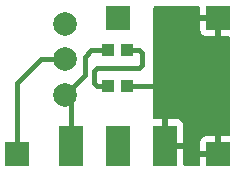
<source format=gbr>
%TF.GenerationSoftware,KiCad,Pcbnew,(6.0.8)*%
%TF.CreationDate,2023-03-29T22:56:26+03:00*%
%TF.ProjectId,ITR-2,4954522d-322e-46b6-9963-61645f706362,rev?*%
%TF.SameCoordinates,Original*%
%TF.FileFunction,Copper,L1,Top*%
%TF.FilePolarity,Positive*%
%FSLAX46Y46*%
G04 Gerber Fmt 4.6, Leading zero omitted, Abs format (unit mm)*
G04 Created by KiCad (PCBNEW (6.0.8)) date 2023-03-29 22:56:26*
%MOMM*%
%LPD*%
G01*
G04 APERTURE LIST*
G04 Aperture macros list*
%AMOutline4P*
0 Free polygon, 4 corners , with rotation*
0 The origin of the aperture is its center*
0 number of corners: always 4*
0 $1 to $8 corner X, Y*
0 $9 Rotation angle, in degrees counterclockwise*
0 create outline with 4 corners*
4,1,4,$1,$2,$3,$4,$5,$6,$7,$8,$1,$2,$9*%
G04 Aperture macros list end*
%TA.AperFunction,ComponentPad*%
%ADD10R,2.000000X3.500000*%
%TD*%
%TA.AperFunction,ComponentPad*%
%ADD11C,2.000000*%
%TD*%
%TA.AperFunction,ComponentPad*%
%ADD12Outline4P,-1.000000X-1.000000X1.000000X-1.000000X1.000000X1.000000X-1.000000X1.000000X0.000000*%
%TD*%
%TA.AperFunction,SMDPad,CuDef*%
%ADD13R,1.100000X1.050000*%
%TD*%
%TA.AperFunction,Conductor*%
%ADD14C,0.400000*%
%TD*%
G04 APERTURE END LIST*
D10*
%TO.P,R1,1*%
%TO.N,Net-(R2-Pad1)*%
X106000000Y-112325000D03*
%TO.P,R1,2*%
%TO.N,Net-(X3-Pad1)*%
X110000000Y-112325000D03*
%TO.P,R1,3*%
%TO.N,GND*%
X114000000Y-112325000D03*
%TD*%
D11*
%TO.P,SB1,1*%
%TO.N,Net-(R2-Pad1)*%
X105500000Y-108000000D03*
%TO.P,SB1,2*%
%TO.N,/9V-IN*%
X105500000Y-105000000D03*
%TO.P,SB1,3*%
%TO.N,unconnected-(SB1-Pad3)*%
X105500000Y-102000000D03*
%TD*%
D12*
%TO.P,X4,1,1*%
%TO.N,GND*%
X118500000Y-101500000D03*
%TD*%
%TO.P,X3,1,1*%
%TO.N,Net-(X3-Pad1)*%
X110000000Y-101500000D03*
%TD*%
%TO.P,X2,1,1*%
%TO.N,GND*%
X118500000Y-113000000D03*
%TD*%
%TO.P,X1,1,1*%
%TO.N,/9V-IN*%
X101500000Y-113000000D03*
%TD*%
D13*
%TO.P,HL1,A,A*%
%TO.N,Net-(R2-Pad2)*%
X109200000Y-107250000D03*
%TO.P,HL1,K,K*%
%TO.N,GND*%
X110800000Y-107250000D03*
%TD*%
%TO.P,R2,1*%
%TO.N,Net-(R2-Pad1)*%
X109200000Y-104250000D03*
%TO.P,R2,2*%
%TO.N,Net-(R2-Pad2)*%
X110800000Y-104250000D03*
%TD*%
D14*
%TO.N,GND*%
X110800000Y-107250000D02*
X113500000Y-107250000D01*
%TO.N,Net-(R2-Pad1)*%
X107200000Y-104800000D02*
X107200000Y-106000000D01*
X107750000Y-104250000D02*
X107200000Y-104800000D01*
X109200000Y-104250000D02*
X107750000Y-104250000D01*
X107200000Y-106300000D02*
X107200000Y-106000000D01*
X105500000Y-108000000D02*
X107200000Y-106300000D01*
%TO.N,Net-(R2-Pad2)*%
X111750000Y-104250000D02*
X110800000Y-104250000D01*
X112000000Y-104500000D02*
X111750000Y-104250000D01*
X112000000Y-105500000D02*
X112000000Y-104500000D01*
X111750000Y-105750000D02*
X112000000Y-105500000D01*
X108250000Y-105750000D02*
X111750000Y-105750000D01*
X108000000Y-106000000D02*
X108250000Y-105750000D01*
X108000000Y-107000000D02*
X108000000Y-106000000D01*
X108250000Y-107250000D02*
X108000000Y-107000000D01*
X109200000Y-107250000D02*
X108250000Y-107250000D01*
%TO.N,Net-(R2-Pad1)*%
X106000000Y-108500000D02*
X105500000Y-108000000D01*
X106000000Y-113125000D02*
X106000000Y-108500000D01*
%TO.N,/9V-IN*%
X103500000Y-105000000D02*
X105500000Y-105000000D01*
X101500000Y-107000000D02*
X103500000Y-105000000D01*
X101500000Y-113000000D02*
X101500000Y-107000000D01*
%TD*%
%TA.AperFunction,Conductor*%
%TO.N,GND*%
G36*
X116934121Y-100528502D02*
G01*
X116980614Y-100582158D01*
X116992000Y-100634500D01*
X116992000Y-101227885D01*
X116996475Y-101243124D01*
X116997865Y-101244329D01*
X117005548Y-101246000D01*
X118628000Y-101246000D01*
X118696121Y-101266002D01*
X118742614Y-101319658D01*
X118754000Y-101372000D01*
X118754000Y-102989884D01*
X118758475Y-103005123D01*
X118759865Y-103006328D01*
X118767548Y-103007999D01*
X119365500Y-103007999D01*
X119433621Y-103028001D01*
X119480114Y-103081657D01*
X119491500Y-103133999D01*
X119491500Y-111366000D01*
X119471498Y-111434121D01*
X119417842Y-111480614D01*
X119365500Y-111492000D01*
X118772115Y-111492000D01*
X118756876Y-111496475D01*
X118755671Y-111497865D01*
X118754000Y-111505548D01*
X118754000Y-113128000D01*
X118733998Y-113196121D01*
X118680342Y-113242614D01*
X118628000Y-113254000D01*
X117010116Y-113254000D01*
X116994877Y-113258475D01*
X116993672Y-113259865D01*
X116992001Y-113267548D01*
X116992001Y-113865500D01*
X116971999Y-113933621D01*
X116918343Y-113980114D01*
X116866001Y-113991500D01*
X115634000Y-113991500D01*
X115565879Y-113971498D01*
X115519386Y-113917842D01*
X115508000Y-113865500D01*
X115508000Y-112727885D01*
X116992000Y-112727885D01*
X116996475Y-112743124D01*
X116997865Y-112744329D01*
X117005548Y-112746000D01*
X118227885Y-112746000D01*
X118243124Y-112741525D01*
X118244329Y-112740135D01*
X118246000Y-112732452D01*
X118246000Y-111510116D01*
X118241525Y-111494877D01*
X118240135Y-111493672D01*
X118232452Y-111492001D01*
X117455331Y-111492001D01*
X117448510Y-111492371D01*
X117397648Y-111497895D01*
X117382396Y-111501521D01*
X117261946Y-111546676D01*
X117246351Y-111555214D01*
X117144276Y-111631715D01*
X117131715Y-111644276D01*
X117055214Y-111746351D01*
X117046676Y-111761946D01*
X117001522Y-111882394D01*
X116997895Y-111897649D01*
X116992369Y-111948514D01*
X116992000Y-111955328D01*
X116992000Y-112727885D01*
X115508000Y-112727885D01*
X115508000Y-112597115D01*
X115503525Y-112581876D01*
X115502135Y-112580671D01*
X115494452Y-112579000D01*
X113872000Y-112579000D01*
X113803879Y-112558998D01*
X113757386Y-112505342D01*
X113746000Y-112453000D01*
X113746000Y-112052885D01*
X114254000Y-112052885D01*
X114258475Y-112068124D01*
X114259865Y-112069329D01*
X114267548Y-112071000D01*
X115489884Y-112071000D01*
X115505123Y-112066525D01*
X115506328Y-112065135D01*
X115507999Y-112057452D01*
X115507999Y-110530331D01*
X115507629Y-110523510D01*
X115502105Y-110472648D01*
X115498479Y-110457396D01*
X115453324Y-110336946D01*
X115444786Y-110321351D01*
X115368285Y-110219276D01*
X115355724Y-110206715D01*
X115253649Y-110130214D01*
X115238054Y-110121676D01*
X115117606Y-110076522D01*
X115102351Y-110072895D01*
X115051486Y-110067369D01*
X115044672Y-110067000D01*
X114272115Y-110067000D01*
X114256876Y-110071475D01*
X114255671Y-110072865D01*
X114254000Y-110080548D01*
X114254000Y-112052885D01*
X113746000Y-112052885D01*
X113746000Y-110085116D01*
X113741525Y-110069877D01*
X113740135Y-110068672D01*
X113732452Y-110067001D01*
X113126000Y-110067001D01*
X113057879Y-110046999D01*
X113011386Y-109993343D01*
X113000000Y-109941001D01*
X113000000Y-102544669D01*
X116992001Y-102544669D01*
X116992371Y-102551490D01*
X116997895Y-102602352D01*
X117001521Y-102617604D01*
X117046676Y-102738054D01*
X117055214Y-102753649D01*
X117131715Y-102855724D01*
X117144276Y-102868285D01*
X117246351Y-102944786D01*
X117261946Y-102953324D01*
X117382394Y-102998478D01*
X117397649Y-103002105D01*
X117448514Y-103007631D01*
X117455328Y-103008000D01*
X118227885Y-103008000D01*
X118243124Y-103003525D01*
X118244329Y-103002135D01*
X118246000Y-102994452D01*
X118246000Y-101772115D01*
X118241525Y-101756876D01*
X118240135Y-101755671D01*
X118232452Y-101754000D01*
X117010116Y-101754000D01*
X116994877Y-101758475D01*
X116993672Y-101759865D01*
X116992001Y-101767548D01*
X116992001Y-102544669D01*
X113000000Y-102544669D01*
X113000000Y-100634500D01*
X113020002Y-100566379D01*
X113073658Y-100519886D01*
X113126000Y-100508500D01*
X116866000Y-100508500D01*
X116934121Y-100528502D01*
G37*
%TD.AperFunction*%
%TD*%
M02*

</source>
